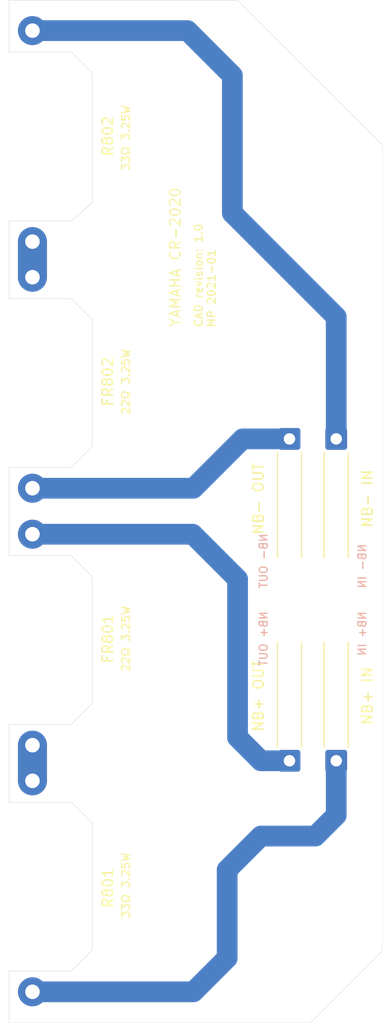
<source format=kicad_pcb>
(kicad_pcb (version 20171130) (host pcbnew 5.1.7)

  (general
    (thickness 1.6002)
    (drawings 41)
    (tracks 22)
    (zones 0)
    (modules 10)
    (nets 1)
  )

  (page USLetter)
  (title_block
    (rev 1)
  )

  (layers
    (0 Front signal)
    (31 Back signal)
    (34 B.Paste user)
    (35 F.Paste user)
    (36 B.SilkS user)
    (37 F.SilkS user)
    (38 B.Mask user)
    (39 F.Mask user)
    (44 Edge.Cuts user)
    (45 Margin user)
    (46 B.CrtYd user)
    (47 F.CrtYd user)
    (49 F.Fab user hide)
  )

  (setup
    (last_trace_width 2)
    (user_trace_width 0.254)
    (user_trace_width 0.508)
    (user_trace_width 0.762)
    (user_trace_width 2)
    (user_trace_width 2.8)
    (trace_clearance 0.1524)
    (zone_clearance 0.508)
    (zone_45_only no)
    (trace_min 0.1524)
    (via_size 0.508)
    (via_drill 0.254)
    (via_min_size 0.508)
    (via_min_drill 0.254)
    (user_via 0.6858 0.3302)
    (user_via 0.889 0.381)
    (uvia_size 0.6858)
    (uvia_drill 0.254)
    (uvias_allowed no)
    (uvia_min_size 0)
    (uvia_min_drill 0)
    (edge_width 0.0381)
    (segment_width 0.254)
    (pcb_text_width 0.3048)
    (pcb_text_size 1.524 1.524)
    (mod_edge_width 0.127)
    (mod_text_size 0.762 0.762)
    (mod_text_width 0.127)
    (pad_size 1.524 1.524)
    (pad_drill 0.762)
    (pad_to_mask_clearance 0.0508)
    (aux_axis_origin 0 0)
    (visible_elements FFFFFF7F)
    (pcbplotparams
      (layerselection 0x010fc_ffffffff)
      (usegerberextensions false)
      (usegerberattributes false)
      (usegerberadvancedattributes false)
      (creategerberjobfile false)
      (excludeedgelayer true)
      (linewidth 0.152400)
      (plotframeref false)
      (viasonmask false)
      (mode 1)
      (useauxorigin false)
      (hpglpennumber 1)
      (hpglpenspeed 20)
      (hpglpendiameter 15.000000)
      (psnegative false)
      (psa4output false)
      (plotreference true)
      (plotvalue false)
      (plotinvisibletext false)
      (padsonsilk false)
      (subtractmaskfromsilk true)
      (outputformat 1)
      (mirror false)
      (drillshape 0)
      (scaleselection 1)
      (outputdirectory "./gerbers"))
  )

  (net 0 "")

  (net_class Default "This is the default net class."
    (clearance 0.1524)
    (trace_width 0.1524)
    (via_dia 0.508)
    (via_drill 0.254)
    (uvia_dia 0.6858)
    (uvia_drill 0.254)
    (diff_pair_width 0.1524)
    (diff_pair_gap 0.1524)
  )

  (module daughterboard:Resistor_DIN0614_P20.32mm_custom (layer Front) (tedit 5FF92038) (tstamp 5FF96698)
    (at 124 62.75 90)
    (descr "Resistor, Axial_DIN0614 series, Axial, Horizontal, pin pitch=20.32mm, 1.5W, length*diameter=14.3*5.7mm^2")
    (tags "Resistor Axial_DIN0614 series Axial Horizontal pin pitch 20.32mm 1.5W length 14.3mm diameter 5.7mm")
    (fp_text reference R802 (at 10.16 7.25 90) (layer F.SilkS)
      (effects (font (size 1 1) (thickness 0.15)))
    )
    (fp_text value Resistor_DIN0614_P20.32mm_custom (at 10.16 3.97 90) (layer F.Fab)
      (effects (font (size 1 1) (thickness 0.15)))
    )
    (fp_text user %R (at 10.16 0 90) (layer F.Fab)
      (effects (font (size 1 1) (thickness 0.15)))
    )
    (fp_line (start 3.01 -2.85) (end 3.01 2.85) (layer F.Fab) (width 0.1))
    (fp_line (start 3.01 2.85) (end 17.31 2.85) (layer F.Fab) (width 0.1))
    (fp_line (start 17.31 2.85) (end 17.31 -2.85) (layer F.Fab) (width 0.1))
    (fp_line (start 17.31 -2.85) (end 3.01 -2.85) (layer F.Fab) (width 0.1))
    (fp_line (start 0 0) (end 3.01 0) (layer F.Fab) (width 0.1))
    (fp_line (start 20.32 0) (end 17.31 0) (layer F.Fab) (width 0.1))
    (fp_line (start -1.65 -3.1) (end -1.65 3.1) (layer F.CrtYd) (width 0.05))
    (fp_line (start -1.65 3.1) (end 21.97 3.1) (layer F.CrtYd) (width 0.05))
    (fp_line (start 21.97 3.1) (end 21.97 -3.1) (layer F.CrtYd) (width 0.05))
    (fp_line (start 21.97 -3.1) (end -1.65 -3.1) (layer F.CrtYd) (width 0.05))
    (pad 2 thru_hole oval (at 20.32 0 90) (size 2.8 2.8) (drill 1.4) (layers *.Cu *.Mask))
    (pad 1 thru_hole circle (at 0 0 90) (size 2.8 2.8) (drill 1.4) (layers *.Cu *.Mask))
    (model ${KISYS3DMOD}/Resistor_THT.3dshapes/R_Axial_DIN0614_L14.3mm_D5.7mm_P20.32mm_Horizontal.wrl
      (at (xyz 0 0 0))
      (scale (xyz 1 1 1))
      (rotate (xyz 0 0 0))
    )
  )

  (module daughterboard:Resistor_DIN0614_P20.32mm_custom (layer Front) (tedit 5FF92038) (tstamp 5FF96698)
    (at 124 86.5 90)
    (descr "Resistor, Axial_DIN0614 series, Axial, Horizontal, pin pitch=20.32mm, 1.5W, length*diameter=14.3*5.7mm^2")
    (tags "Resistor Axial_DIN0614 series Axial Horizontal pin pitch 20.32mm 1.5W length 14.3mm diameter 5.7mm")
    (fp_text reference FR802 (at 10.25 7.25 90) (layer F.SilkS)
      (effects (font (size 1 1) (thickness 0.15)))
    )
    (fp_text value Resistor_DIN0614_P20.32mm_custom (at 10.16 3.97 90) (layer F.Fab)
      (effects (font (size 1 1) (thickness 0.15)))
    )
    (fp_text user %R (at 10.16 0 90) (layer F.Fab)
      (effects (font (size 1 1) (thickness 0.15)))
    )
    (fp_line (start 3.01 -2.85) (end 3.01 2.85) (layer F.Fab) (width 0.1))
    (fp_line (start 3.01 2.85) (end 17.31 2.85) (layer F.Fab) (width 0.1))
    (fp_line (start 17.31 2.85) (end 17.31 -2.85) (layer F.Fab) (width 0.1))
    (fp_line (start 17.31 -2.85) (end 3.01 -2.85) (layer F.Fab) (width 0.1))
    (fp_line (start 0 0) (end 3.01 0) (layer F.Fab) (width 0.1))
    (fp_line (start 20.32 0) (end 17.31 0) (layer F.Fab) (width 0.1))
    (fp_line (start -1.65 -3.1) (end -1.65 3.1) (layer F.CrtYd) (width 0.05))
    (fp_line (start -1.65 3.1) (end 21.97 3.1) (layer F.CrtYd) (width 0.05))
    (fp_line (start 21.97 3.1) (end 21.97 -3.1) (layer F.CrtYd) (width 0.05))
    (fp_line (start 21.97 -3.1) (end -1.65 -3.1) (layer F.CrtYd) (width 0.05))
    (pad 2 thru_hole oval (at 20.32 0 90) (size 2.8 2.8) (drill 1.4) (layers *.Cu *.Mask))
    (pad 1 thru_hole circle (at 0 0 90) (size 2.8 2.8) (drill 1.4) (layers *.Cu *.Mask))
    (model ${KISYS3DMOD}/Resistor_THT.3dshapes/R_Axial_DIN0614_L14.3mm_D5.7mm_P20.32mm_Horizontal.wrl
      (at (xyz 0 0 0))
      (scale (xyz 1 1 1))
      (rotate (xyz 0 0 0))
    )
  )

  (module daughterboard:Resistor_DIN0614_P20.32mm_custom (layer Front) (tedit 5FF92038) (tstamp 5FF96698)
    (at 124 111.25 90)
    (descr "Resistor, Axial_DIN0614 series, Axial, Horizontal, pin pitch=20.32mm, 1.5W, length*diameter=14.3*5.7mm^2")
    (tags "Resistor Axial_DIN0614 series Axial Horizontal pin pitch 20.32mm 1.5W length 14.3mm diameter 5.7mm")
    (fp_text reference FR801 (at 10.25 7.25 90) (layer F.SilkS)
      (effects (font (size 1 1) (thickness 0.15)))
    )
    (fp_text value Resistor_DIN0614_P20.32mm_custom (at 10.16 3.97 90) (layer F.Fab)
      (effects (font (size 1 1) (thickness 0.15)))
    )
    (fp_text user %R (at 10.16 0 90) (layer F.Fab)
      (effects (font (size 1 1) (thickness 0.15)))
    )
    (fp_line (start 3.01 -2.85) (end 3.01 2.85) (layer F.Fab) (width 0.1))
    (fp_line (start 3.01 2.85) (end 17.31 2.85) (layer F.Fab) (width 0.1))
    (fp_line (start 17.31 2.85) (end 17.31 -2.85) (layer F.Fab) (width 0.1))
    (fp_line (start 17.31 -2.85) (end 3.01 -2.85) (layer F.Fab) (width 0.1))
    (fp_line (start 0 0) (end 3.01 0) (layer F.Fab) (width 0.1))
    (fp_line (start 20.32 0) (end 17.31 0) (layer F.Fab) (width 0.1))
    (fp_line (start -1.65 -3.1) (end -1.65 3.1) (layer F.CrtYd) (width 0.05))
    (fp_line (start -1.65 3.1) (end 21.97 3.1) (layer F.CrtYd) (width 0.05))
    (fp_line (start 21.97 3.1) (end 21.97 -3.1) (layer F.CrtYd) (width 0.05))
    (fp_line (start 21.97 -3.1) (end -1.65 -3.1) (layer F.CrtYd) (width 0.05))
    (pad 2 thru_hole oval (at 20.32 0 90) (size 2.8 2.8) (drill 1.4) (layers *.Cu *.Mask))
    (pad 1 thru_hole circle (at 0 0 90) (size 2.8 2.8) (drill 1.4) (layers *.Cu *.Mask))
    (model ${KISYS3DMOD}/Resistor_THT.3dshapes/R_Axial_DIN0614_L14.3mm_D5.7mm_P20.32mm_Horizontal.wrl
      (at (xyz 0 0 0))
      (scale (xyz 1 1 1))
      (rotate (xyz 0 0 0))
    )
  )

  (module daughterboard:Resistor_DIN0614_P20.32mm_custom (layer Front) (tedit 5FF92038) (tstamp 5FF9660E)
    (at 124 135 90)
    (descr "Resistor, Axial_DIN0614 series, Axial, Horizontal, pin pitch=20.32mm, 1.5W, length*diameter=14.3*5.7mm^2")
    (tags "Resistor Axial_DIN0614 series Axial Horizontal pin pitch 20.32mm 1.5W length 14.3mm diameter 5.7mm")
    (fp_text reference R801 (at 10 7.25 90) (layer F.SilkS)
      (effects (font (size 1 1) (thickness 0.15)))
    )
    (fp_text value Resistor_DIN0614_P20.32mm_custom (at 10.16 3.97 90) (layer F.Fab)
      (effects (font (size 1 1) (thickness 0.15)))
    )
    (fp_text user %R (at 10.16 0 90) (layer F.Fab)
      (effects (font (size 1 1) (thickness 0.15)))
    )
    (fp_line (start 3.01 -2.85) (end 3.01 2.85) (layer F.Fab) (width 0.1))
    (fp_line (start 3.01 2.85) (end 17.31 2.85) (layer F.Fab) (width 0.1))
    (fp_line (start 17.31 2.85) (end 17.31 -2.85) (layer F.Fab) (width 0.1))
    (fp_line (start 17.31 -2.85) (end 3.01 -2.85) (layer F.Fab) (width 0.1))
    (fp_line (start 0 0) (end 3.01 0) (layer F.Fab) (width 0.1))
    (fp_line (start 20.32 0) (end 17.31 0) (layer F.Fab) (width 0.1))
    (fp_line (start -1.65 -3.1) (end -1.65 3.1) (layer F.CrtYd) (width 0.05))
    (fp_line (start -1.65 3.1) (end 21.97 3.1) (layer F.CrtYd) (width 0.05))
    (fp_line (start 21.97 3.1) (end 21.97 -3.1) (layer F.CrtYd) (width 0.05))
    (fp_line (start 21.97 -3.1) (end -1.65 -3.1) (layer F.CrtYd) (width 0.05))
    (pad 2 thru_hole oval (at 20.32 0 90) (size 2.8 2.8) (drill 1.4) (layers *.Cu *.Mask))
    (pad 1 thru_hole circle (at 0 0 90) (size 2.8 2.8) (drill 1.4) (layers *.Cu *.Mask))
    (model ${KISYS3DMOD}/Resistor_THT.3dshapes/R_Axial_DIN0614_L14.3mm_D5.7mm_P20.32mm_Horizontal.wrl
      (at (xyz 0 0 0))
      (scale (xyz 1 1 1))
      (rotate (xyz 0 0 0))
    )
  )

  (module Connector_Wire:SolderWire-0.5sqmm_1x01_D0.9mm_OD2.1mm_Relief (layer Front) (tedit 5EB70B43) (tstamp 5FF7CC72)
    (at 153.25 81.75)
    (descr "Soldered wire connection with feed through strain relief, for a single 0.5 mm² wire, basic insulation, conductor diameter 0.9mm, outer diameter 2.1mm, size source Multi-Contact FLEXI-E 0.5 (https://ec.staubli.com/AcroFiles/Catalogues/TM_Cab-Main-11014119_(en)_hi.pdf), bend radius 3 times outer diameter, generated with kicad-footprint-generator")
    (tags "connector wire 0.5sqmm strain-relief")
    (attr virtual)
    (fp_text reference "NB- IN" (at 3 5.75 90) (layer F.SilkS)
      (effects (font (size 1 1) (thickness 0.15)))
    )
    (fp_text value SolderWire-0.5sqmm_1x01_D0.9mm_OD2.1mm_Relief (at 0 15.1) (layer F.Fab)
      (effects (font (size 1 1) (thickness 0.15)))
    )
    (fp_text user %R (at 0 6.3 90) (layer F.Fab)
      (effects (font (size 1 1) (thickness 0.15)))
    )
    (fp_circle (center 0 0) (end 1.05 0) (layer F.Fab) (width 0.1))
    (fp_circle (center 0 12.6) (end 1.05 12.6) (layer F.Fab) (width 0.1))
    (fp_line (start -1.05 0) (end -1.05 12.6) (layer F.Fab) (width 0.1))
    (fp_line (start 1.05 0) (end 1.05 12.6) (layer F.Fab) (width 0.1))
    (fp_line (start 1.16 1.31) (end 1.16 11.44) (layer F.SilkS) (width 0.12))
    (fp_line (start -1.16 1.31) (end -1.16 11.44) (layer F.SilkS) (width 0.12))
    (fp_line (start -1.8 -1.55) (end -1.8 14.4) (layer F.CrtYd) (width 0.05))
    (fp_line (start -1.8 14.4) (end 1.8 14.4) (layer F.CrtYd) (width 0.05))
    (fp_line (start 1.8 14.4) (end 1.8 -1.55) (layer F.CrtYd) (width 0.05))
    (fp_line (start 1.8 -1.55) (end -1.8 -1.55) (layer F.CrtYd) (width 0.05))
    (fp_line (start -1.8 10.8) (end -1.8 14.4) (layer B.CrtYd) (width 0.05))
    (fp_line (start -1.8 14.4) (end 1.8 14.4) (layer B.CrtYd) (width 0.05))
    (fp_line (start 1.8 14.4) (end 1.8 10.8) (layer B.CrtYd) (width 0.05))
    (fp_line (start 1.8 10.8) (end -1.8 10.8) (layer B.CrtYd) (width 0.05))
    (pad "" np_thru_hole circle (at 0 12.6) (size 2.6 2.6) (drill 2.6) (layers *.Cu *.Mask))
    (pad 1 thru_hole roundrect (at 0 0) (size 2.1 2.1) (drill 1.1) (layers *.Cu *.Mask) (roundrect_rratio 0.119048))
    (model ${KISYS3DMOD}/Connector_Wire.3dshapes/SolderWire-0.5sqmm_1x01_D0.9mm_OD2.1mm_Relief.wrl
      (at (xyz 0 0 0))
      (scale (xyz 1 1 1))
      (rotate (xyz 0 0 0))
    )
  )

  (module Connector_Wire:SolderWire-0.5sqmm_1x01_D0.9mm_OD2.1mm_Relief (layer Front) (tedit 5EB70B43) (tstamp 5FF7CC21)
    (at 148.75 81.75)
    (descr "Soldered wire connection with feed through strain relief, for a single 0.5 mm² wire, basic insulation, conductor diameter 0.9mm, outer diameter 2.1mm, size source Multi-Contact FLEXI-E 0.5 (https://ec.staubli.com/AcroFiles/Catalogues/TM_Cab-Main-11014119_(en)_hi.pdf), bend radius 3 times outer diameter, generated with kicad-footprint-generator")
    (tags "connector wire 0.5sqmm strain-relief")
    (attr virtual)
    (fp_text reference "NB- OUT" (at -3 5.75 90) (layer F.SilkS)
      (effects (font (size 1 1) (thickness 0.15)))
    )
    (fp_text value SolderWire-0.5sqmm_1x01_D0.9mm_OD2.1mm_Relief (at 0 15.1) (layer F.Fab)
      (effects (font (size 1 1) (thickness 0.15)))
    )
    (fp_text user %R (at 0 6.3 90) (layer F.Fab)
      (effects (font (size 1 1) (thickness 0.15)))
    )
    (fp_circle (center 0 0) (end 1.05 0) (layer F.Fab) (width 0.1))
    (fp_circle (center 0 12.6) (end 1.05 12.6) (layer F.Fab) (width 0.1))
    (fp_line (start -1.05 0) (end -1.05 12.6) (layer F.Fab) (width 0.1))
    (fp_line (start 1.05 0) (end 1.05 12.6) (layer F.Fab) (width 0.1))
    (fp_line (start 1.16 1.31) (end 1.16 11.44) (layer F.SilkS) (width 0.12))
    (fp_line (start -1.16 1.31) (end -1.16 11.44) (layer F.SilkS) (width 0.12))
    (fp_line (start -1.8 -1.55) (end -1.8 14.4) (layer F.CrtYd) (width 0.05))
    (fp_line (start -1.8 14.4) (end 1.8 14.4) (layer F.CrtYd) (width 0.05))
    (fp_line (start 1.8 14.4) (end 1.8 -1.55) (layer F.CrtYd) (width 0.05))
    (fp_line (start 1.8 -1.55) (end -1.8 -1.55) (layer F.CrtYd) (width 0.05))
    (fp_line (start -1.8 10.8) (end -1.8 14.4) (layer B.CrtYd) (width 0.05))
    (fp_line (start -1.8 14.4) (end 1.8 14.4) (layer B.CrtYd) (width 0.05))
    (fp_line (start 1.8 14.4) (end 1.8 10.8) (layer B.CrtYd) (width 0.05))
    (fp_line (start 1.8 10.8) (end -1.8 10.8) (layer B.CrtYd) (width 0.05))
    (pad "" np_thru_hole circle (at 0 12.6) (size 2.6 2.6) (drill 2.6) (layers *.Cu *.Mask))
    (pad 1 thru_hole roundrect (at 0 0) (size 2.1 2.1) (drill 1.1) (layers *.Cu *.Mask) (roundrect_rratio 0.119048))
    (model ${KISYS3DMOD}/Connector_Wire.3dshapes/SolderWire-0.5sqmm_1x01_D0.9mm_OD2.1mm_Relief.wrl
      (at (xyz 0 0 0))
      (scale (xyz 1 1 1))
      (rotate (xyz 0 0 0))
    )
  )

  (module Connector_Wire:SolderWire-0.5sqmm_1x01_D0.9mm_OD2.1mm_Relief (layer Front) (tedit 5EB70B43) (tstamp 5FF7CBD0)
    (at 153.25 112.75 180)
    (descr "Soldered wire connection with feed through strain relief, for a single 0.5 mm² wire, basic insulation, conductor diameter 0.9mm, outer diameter 2.1mm, size source Multi-Contact FLEXI-E 0.5 (https://ec.staubli.com/AcroFiles/Catalogues/TM_Cab-Main-11014119_(en)_hi.pdf), bend radius 3 times outer diameter, generated with kicad-footprint-generator")
    (tags "connector wire 0.5sqmm strain-relief")
    (attr virtual)
    (fp_text reference "NB+ IN" (at -3 6.25 90) (layer F.SilkS)
      (effects (font (size 1 1) (thickness 0.15)))
    )
    (fp_text value SolderWire-0.5sqmm_1x01_D0.9mm_OD2.1mm_Relief (at 0 15.1) (layer F.Fab)
      (effects (font (size 1 1) (thickness 0.15)))
    )
    (fp_text user %R (at 0 6.3 90) (layer F.Fab)
      (effects (font (size 1 1) (thickness 0.15)))
    )
    (fp_circle (center 0 0) (end 1.05 0) (layer F.Fab) (width 0.1))
    (fp_circle (center 0 12.6) (end 1.05 12.6) (layer F.Fab) (width 0.1))
    (fp_line (start -1.05 0) (end -1.05 12.6) (layer F.Fab) (width 0.1))
    (fp_line (start 1.05 0) (end 1.05 12.6) (layer F.Fab) (width 0.1))
    (fp_line (start 1.16 1.31) (end 1.16 11.44) (layer F.SilkS) (width 0.12))
    (fp_line (start -1.16 1.31) (end -1.16 11.44) (layer F.SilkS) (width 0.12))
    (fp_line (start -1.8 -1.55) (end -1.8 14.4) (layer F.CrtYd) (width 0.05))
    (fp_line (start -1.8 14.4) (end 1.8 14.4) (layer F.CrtYd) (width 0.05))
    (fp_line (start 1.8 14.4) (end 1.8 -1.55) (layer F.CrtYd) (width 0.05))
    (fp_line (start 1.8 -1.55) (end -1.8 -1.55) (layer F.CrtYd) (width 0.05))
    (fp_line (start -1.8 10.8) (end -1.8 14.4) (layer B.CrtYd) (width 0.05))
    (fp_line (start -1.8 14.4) (end 1.8 14.4) (layer B.CrtYd) (width 0.05))
    (fp_line (start 1.8 14.4) (end 1.8 10.8) (layer B.CrtYd) (width 0.05))
    (fp_line (start 1.8 10.8) (end -1.8 10.8) (layer B.CrtYd) (width 0.05))
    (pad "" np_thru_hole circle (at 0 12.6 180) (size 2.6 2.6) (drill 2.6) (layers *.Cu *.Mask))
    (pad 1 thru_hole roundrect (at 0 0 180) (size 2.1 2.1) (drill 1.1) (layers *.Cu *.Mask) (roundrect_rratio 0.119048))
    (model ${KISYS3DMOD}/Connector_Wire.3dshapes/SolderWire-0.5sqmm_1x01_D0.9mm_OD2.1mm_Relief.wrl
      (at (xyz 0 0 0))
      (scale (xyz 1 1 1))
      (rotate (xyz 0 0 0))
    )
  )

  (module Connector_Wire:SolderWire-0.5sqmm_1x01_D0.9mm_OD2.1mm_Relief (layer Front) (tedit 5EB70B43) (tstamp 5FF7CB7F)
    (at 148.75 112.75 180)
    (descr "Soldered wire connection with feed through strain relief, for a single 0.5 mm² wire, basic insulation, conductor diameter 0.9mm, outer diameter 2.1mm, size source Multi-Contact FLEXI-E 0.5 (https://ec.staubli.com/AcroFiles/Catalogues/TM_Cab-Main-11014119_(en)_hi.pdf), bend radius 3 times outer diameter, generated with kicad-footprint-generator")
    (tags "connector wire 0.5sqmm strain-relief")
    (attr virtual)
    (fp_text reference "NB+ OUT" (at 3 6.25 90) (layer F.SilkS)
      (effects (font (size 1 1) (thickness 0.15)))
    )
    (fp_text value SolderWire-0.5sqmm_1x01_D0.9mm_OD2.1mm_Relief (at 0 15.1) (layer F.Fab)
      (effects (font (size 1 1) (thickness 0.15)))
    )
    (fp_text user %R (at 0 6.3 90) (layer F.Fab)
      (effects (font (size 1 1) (thickness 0.15)))
    )
    (fp_circle (center 0 0) (end 1.05 0) (layer F.Fab) (width 0.1))
    (fp_circle (center 0 12.6) (end 1.05 12.6) (layer F.Fab) (width 0.1))
    (fp_line (start -1.05 0) (end -1.05 12.6) (layer F.Fab) (width 0.1))
    (fp_line (start 1.05 0) (end 1.05 12.6) (layer F.Fab) (width 0.1))
    (fp_line (start 1.16 1.31) (end 1.16 11.44) (layer F.SilkS) (width 0.12))
    (fp_line (start -1.16 1.31) (end -1.16 11.44) (layer F.SilkS) (width 0.12))
    (fp_line (start -1.8 -1.55) (end -1.8 14.4) (layer F.CrtYd) (width 0.05))
    (fp_line (start -1.8 14.4) (end 1.8 14.4) (layer F.CrtYd) (width 0.05))
    (fp_line (start 1.8 14.4) (end 1.8 -1.55) (layer F.CrtYd) (width 0.05))
    (fp_line (start 1.8 -1.55) (end -1.8 -1.55) (layer F.CrtYd) (width 0.05))
    (fp_line (start -1.8 10.8) (end -1.8 14.4) (layer B.CrtYd) (width 0.05))
    (fp_line (start -1.8 14.4) (end 1.8 14.4) (layer B.CrtYd) (width 0.05))
    (fp_line (start 1.8 14.4) (end 1.8 10.8) (layer B.CrtYd) (width 0.05))
    (fp_line (start 1.8 10.8) (end -1.8 10.8) (layer B.CrtYd) (width 0.05))
    (pad "" np_thru_hole circle (at 0 12.6 180) (size 2.6 2.6) (drill 2.6) (layers *.Cu *.Mask))
    (pad 1 thru_hole roundrect (at 0 0 180) (size 2.1 2.1) (drill 1.1) (layers *.Cu *.Mask) (roundrect_rratio 0.119048))
    (model ${KISYS3DMOD}/Connector_Wire.3dshapes/SolderWire-0.5sqmm_1x01_D0.9mm_OD2.1mm_Relief.wrl
      (at (xyz 0 0 0))
      (scale (xyz 1 1 1))
      (rotate (xyz 0 0 0))
    )
  )

  (module MountingHole:MountingHole_4mm (layer Front) (tedit 56D1B4CB) (tstamp 5FF69203)
    (at 151.003 127.251)
    (descr "Mounting Hole 4mm, no annular")
    (tags "mounting hole 4mm no annular")
    (attr virtual)
    (fp_text reference MH2 (at -0.127 0.003) (layer F.SilkS)
      (effects (font (size 1 1) (thickness 0.15)))
    )
    (fp_text value MountingHole_4mm (at 0 5) (layer F.Fab)
      (effects (font (size 1 1) (thickness 0.15)))
    )
    (fp_text user %R (at 0.3 0) (layer F.Fab)
      (effects (font (size 1 1) (thickness 0.15)))
    )
    (fp_circle (center 0 0) (end 4 0) (layer Cmts.User) (width 0.15))
    (fp_circle (center 0 0) (end 4.25 0) (layer F.CrtYd) (width 0.05))
    (pad 1 np_thru_hole circle (at 0 0) (size 4 4) (drill 4) (layers *.Cu *.Mask))
  )

  (module MountingHole:MountingHole_4mm (layer Front) (tedit 56D1B4CB) (tstamp 5FF691B6)
    (at 151.003 57.531)
    (descr "Mounting Hole 4mm, no annular")
    (tags "mounting hole 4mm no annular")
    (attr virtual)
    (fp_text reference MH1 (at 0 0) (layer F.SilkS)
      (effects (font (size 1 1) (thickness 0.15)))
    )
    (fp_text value MountingHole_4mm (at 0 5) (layer F.Fab)
      (effects (font (size 1 1) (thickness 0.15)))
    )
    (fp_text user %R (at 0.3 0) (layer F.Fab)
      (effects (font (size 1 1) (thickness 0.15)))
    )
    (fp_circle (center 0 0) (end 4 0) (layer Cmts.User) (width 0.15))
    (fp_circle (center 0 0) (end 4.25 0) (layer F.CrtYd) (width 0.05))
    (pad 1 np_thru_hole circle (at 0 0) (size 4 4) (drill 4) (layers *.Cu *.Mask))
  )

  (gr_line (start 157.75 131) (end 150.75 138) (layer Edge.Cuts) (width 0.0381))
  (gr_line (start 157.75 53.5) (end 143.75 39.5) (layer Edge.Cuts) (width 0.0381))
  (gr_line (start 127.75 133) (end 129.75 131) (layer Edge.Cuts) (width 0.0381))
  (gr_line (start 127.75 116.75) (end 129.75 118.75) (layer Edge.Cuts) (width 0.0381))
  (gr_line (start 127.75 109.25) (end 129.75 107.25) (layer Edge.Cuts) (width 0.0381))
  (gr_line (start 127.75 93) (end 129.75 95) (layer Edge.Cuts) (width 0.0381))
  (gr_line (start 127.75 84.5) (end 129.75 82.5) (layer Edge.Cuts) (width 0.0381))
  (gr_line (start 127.75 68.25) (end 129.75 70.25) (layer Edge.Cuts) (width 0.0381))
  (gr_line (start 127.75 44.5) (end 129.75 46.5) (layer Edge.Cuts) (width 0.0381))
  (gr_line (start 127.75 60.75) (end 129.75 59) (layer Edge.Cuts) (width 0.0381))
  (gr_text "MP 2021-01" (at 141.25 67.25 90) (layer F.SilkS)
    (effects (font (size 0.762 0.762) (thickness 0.127)))
  )
  (gr_text "CAD revision: 1.0" (at 140 66 90) (layer F.SilkS)
    (effects (font (size 0.762 0.762) (thickness 0.127)))
  )
  (gr_text "YAMAHA CR-2020" (at 137.75 64.25 90) (layer F.SilkS)
    (effects (font (size 1 1) (thickness 0.127)))
  )
  (gr_text "NB+ IN" (at 155.75 100.5 90) (layer B.SilkS) (tstamp 5FF96F29)
    (effects (font (size 0.762 0.762) (thickness 0.127)) (justify mirror))
  )
  (gr_text "NB+ OUT" (at 146.25 101 90) (layer B.SilkS) (tstamp 5FF96F29)
    (effects (font (size 0.762 0.762) (thickness 0.127)) (justify mirror))
  )
  (gr_text "NB- IN" (at 155.75 94 90) (layer B.SilkS) (tstamp 5FF96F29)
    (effects (font (size 0.762 0.762) (thickness 0.127)) (justify mirror))
  )
  (gr_text "NB- OUT" (at 146.25 93.5 90) (layer B.SilkS)
    (effects (font (size 0.762 0.762) (thickness 0.127)) (justify mirror))
  )
  (gr_line (start 129.75 118.75) (end 129.75 131) (layer Edge.Cuts) (width 0.0381) (tstamp 5FF967EE))
  (gr_line (start 129.75 95) (end 129.75 107.25) (layer Edge.Cuts) (width 0.0381) (tstamp 5FF967ED))
  (gr_line (start 129.75 70.25) (end 129.75 82.5) (layer Edge.Cuts) (width 0.0381) (tstamp 5FF967EC))
  (gr_line (start 121.75 116.75) (end 127.75 116.75) (layer Edge.Cuts) (width 0.0381))
  (gr_line (start 121.75 109.25) (end 121.75 116.75) (layer Edge.Cuts) (width 0.0381))
  (gr_line (start 127.75 109.25) (end 121.75 109.25) (layer Edge.Cuts) (width 0.0381))
  (gr_line (start 121.75 93) (end 127.75 93) (layer Edge.Cuts) (width 0.0381))
  (gr_line (start 121.75 84.5) (end 121.75 93) (layer Edge.Cuts) (width 0.0381))
  (gr_line (start 127.75 84.5) (end 121.75 84.5) (layer Edge.Cuts) (width 0.0381))
  (gr_line (start 121.75 68.25) (end 127.75 68.25) (layer Edge.Cuts) (width 0.0381))
  (gr_line (start 121.75 60.75) (end 121.75 68.25) (layer Edge.Cuts) (width 0.0381))
  (gr_line (start 127.75 60.75) (end 121.75 60.75) (layer Edge.Cuts) (width 0.0381))
  (gr_line (start 121.75 133) (end 127.75 133) (layer Edge.Cuts) (width 0.0381))
  (gr_line (start 121.75 138) (end 121.75 133) (layer Edge.Cuts) (width 0.0381))
  (gr_line (start 121.75 44.5) (end 127.75 44.5) (layer Edge.Cuts) (width 0.0381))
  (gr_line (start 121.75 39.5) (end 121.75 44.5) (layer Edge.Cuts) (width 0.0381))
  (gr_text "22Ω 3.25W" (at 133 76.25 90) (layer F.SilkS) (tstamp 5FF7C176)
    (effects (font (size 0.762 0.762) (thickness 0.127)))
  )
  (gr_text "33Ω 3.25W" (at 133 52.75 90) (layer F.SilkS) (tstamp 5FF7C176)
    (effects (font (size 0.762 0.762) (thickness 0.127)))
  )
  (gr_text "22Ω 3.25W" (at 133 101 90) (layer F.SilkS) (tstamp 5FF7C176)
    (effects (font (size 0.762 0.762) (thickness 0.127)))
  )
  (gr_text "33Ω 3.25W" (at 133 124.75 90) (layer F.SilkS)
    (effects (font (size 0.762 0.762) (thickness 0.127)))
  )
  (gr_line (start 143.75 39.5) (end 121.75 39.5) (layer Edge.Cuts) (width 0.0381))
  (gr_line (start 150.75 138) (end 121.75 138) (layer Edge.Cuts) (width 0.0381))
  (gr_line (start 129.75 59) (end 129.75 46.5) (layer Edge.Cuts) (width 0.0381))
  (gr_line (start 157.75 131) (end 157.75 53.5) (layer Edge.Cuts) (width 0.0381))

  (segment (start 124 114.68) (end 124 111.25) (width 2.8) (layer Back) (net 0))
  (segment (start 124 66.18) (end 124 62.75) (width 2.8) (layer Back) (net 0))
  (segment (start 153.25 81.75) (end 153.25 70) (width 2) (layer Back) (net 0))
  (segment (start 124 90.93) (end 139.43 90.93) (width 2) (layer Back) (net 0))
  (segment (start 148.75 112.75) (end 146 112.75) (width 2) (layer Back) (net 0))
  (segment (start 146 112.75) (end 143.75 110.5) (width 2) (layer Back) (net 0))
  (segment (start 143.75 95.25) (end 139.43 90.93) (width 2) (layer Back) (net 0))
  (segment (start 143.75 110.5) (end 143.75 95.25) (width 2) (layer Back) (net 0))
  (segment (start 124 42.43) (end 138.93 42.43) (width 2) (layer Back) (net 0))
  (segment (start 138.93 42.43) (end 143.25 46.75) (width 2) (layer Back) (net 0))
  (segment (start 143.25 60) (end 153.25 70) (width 2) (layer Back) (net 0))
  (segment (start 143.25 46.75) (end 143.25 60) (width 2) (layer Back) (net 0))
  (segment (start 139.5 135) (end 142.75 131.75) (width 2) (layer Back) (net 0))
  (segment (start 153.25 118) (end 153.25 112.75) (width 2) (layer Back) (net 0))
  (segment (start 124 135) (end 139.5 135) (width 2) (layer Back) (net 0))
  (segment (start 142.75 131.75) (end 142.75 123.25) (width 2) (layer Back) (net 0))
  (segment (start 146 120) (end 151.25 120) (width 2) (layer Back) (net 0))
  (segment (start 151.25 120) (end 153.25 118) (width 2) (layer Back) (net 0))
  (segment (start 142.75 123.25) (end 146 120) (width 2) (layer Back) (net 0))
  (segment (start 124 86.5) (end 139.5 86.5) (width 2) (layer Back) (net 0))
  (segment (start 139.5 86.5) (end 144.25 81.75) (width 2) (layer Back) (net 0))
  (segment (start 144.25 81.75) (end 148.75 81.75) (width 2) (layer Back) (net 0))

)

</source>
